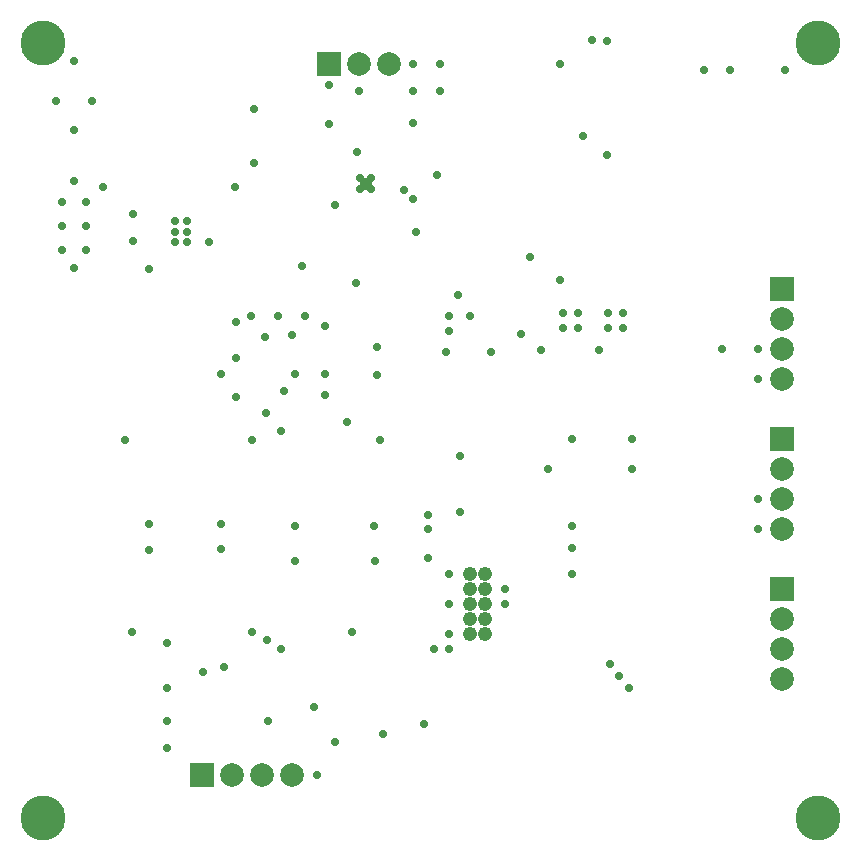
<source format=gbs>
G04*
G04 #@! TF.GenerationSoftware,Altium Limited,Altium Designer,21.6.1 (37)*
G04*
G04 Layer_Color=16711935*
%FSLAX25Y25*%
%MOIN*%
G70*
G04*
G04 #@! TF.SameCoordinates,818A62AB-FC56-4755-8FE0-4AFC0147D312*
G04*
G04*
G04 #@! TF.FilePolarity,Negative*
G04*
G01*
G75*
%ADD124C,0.07887*%
%ADD125R,0.07887X0.07887*%
%ADD126R,0.07887X0.07887*%
%ADD127C,0.04760*%
%ADD128C,0.14973*%
%ADD129C,0.02800*%
%ADD130C,0.02769*%
%ADD144R,0.04085X0.03869*%
D124*
X91500Y23000D02*
D03*
X81500D02*
D03*
X71500D02*
D03*
X255000Y105000D02*
D03*
Y115000D02*
D03*
Y125000D02*
D03*
X114000Y260000D02*
D03*
X124000D02*
D03*
X255000Y75000D02*
D03*
Y65000D02*
D03*
Y55000D02*
D03*
Y175000D02*
D03*
Y165000D02*
D03*
Y155000D02*
D03*
D125*
X61500Y23000D02*
D03*
X104000Y260000D02*
D03*
D126*
X255000Y135000D02*
D03*
Y85000D02*
D03*
Y185000D02*
D03*
D127*
X151000Y90000D02*
D03*
Y85000D02*
D03*
X156000Y90000D02*
D03*
Y85000D02*
D03*
Y75000D02*
D03*
Y80000D02*
D03*
X151000Y75000D02*
D03*
Y80000D02*
D03*
Y70000D02*
D03*
X156000D02*
D03*
D128*
X8500Y8500D02*
D03*
Y267000D02*
D03*
X267000Y8500D02*
D03*
Y267000D02*
D03*
D129*
X50000Y52000D02*
D03*
X19000Y221000D02*
D03*
X181000Y260000D02*
D03*
X106000Y34000D02*
D03*
X91500Y169500D02*
D03*
X96000Y176000D02*
D03*
X87000D02*
D03*
X78000D02*
D03*
X114000Y251000D02*
D03*
X132000D02*
D03*
X141000D02*
D03*
Y260000D02*
D03*
X132000D02*
D03*
X15000Y214000D02*
D03*
X23000D02*
D03*
Y206000D02*
D03*
X15000D02*
D03*
Y198000D02*
D03*
X25000Y247500D02*
D03*
X13000D02*
D03*
X119100Y94300D02*
D03*
X119000Y105800D02*
D03*
X92500Y94300D02*
D03*
Y105800D02*
D03*
X44000Y98000D02*
D03*
X43913Y106613D02*
D03*
X67987D02*
D03*
X68000Y98022D02*
D03*
X200500Y56000D02*
D03*
X204000Y52000D02*
D03*
X197500Y60000D02*
D03*
X120000Y156300D02*
D03*
Y165600D02*
D03*
X185000Y90000D02*
D03*
X104000Y240000D02*
D03*
X162500Y85000D02*
D03*
Y80000D02*
D03*
X185000Y98500D02*
D03*
X139000Y65000D02*
D03*
X144000D02*
D03*
X100000Y23000D02*
D03*
X205000Y135000D02*
D03*
X235000Y165000D02*
D03*
X205000Y125000D02*
D03*
X177000D02*
D03*
X99000Y45500D02*
D03*
X147000Y183000D02*
D03*
X174500Y164500D02*
D03*
X194000D02*
D03*
X182000Y172000D02*
D03*
X187000D02*
D03*
X197000D02*
D03*
X202000D02*
D03*
Y177000D02*
D03*
X197000D02*
D03*
X187000D02*
D03*
X182000D02*
D03*
X151000Y176000D02*
D03*
X144000Y171000D02*
D03*
Y176000D02*
D03*
X62000Y57126D02*
D03*
X147650Y110350D02*
D03*
X147500Y129200D02*
D03*
X136800Y95300D02*
D03*
X144000Y70000D02*
D03*
Y80000D02*
D03*
Y90000D02*
D03*
X135500Y39800D02*
D03*
X143000Y164000D02*
D03*
X19000Y261000D02*
D03*
Y238000D02*
D03*
Y192000D02*
D03*
X23000Y198000D02*
D03*
X89000Y151000D02*
D03*
X82400Y169000D02*
D03*
X73000Y174000D02*
D03*
X50000Y32000D02*
D03*
X79000Y227000D02*
D03*
X132000Y240300D02*
D03*
X247000Y105000D02*
D03*
Y115000D02*
D03*
Y155000D02*
D03*
Y165000D02*
D03*
X185000Y135000D02*
D03*
X38100Y70500D02*
D03*
X185000Y106000D02*
D03*
X120800Y134500D02*
D03*
X35800D02*
D03*
X78300D02*
D03*
X113000Y187000D02*
D03*
X133000Y204000D02*
D03*
X158000Y164000D02*
D03*
X78300Y70500D02*
D03*
X111400D02*
D03*
X122000Y36500D02*
D03*
X50000Y41000D02*
D03*
X102500Y172346D02*
D03*
Y149653D02*
D03*
X73000Y162000D02*
D03*
Y149000D02*
D03*
X68000Y156500D02*
D03*
X113100Y230500D02*
D03*
X44000Y191372D02*
D03*
X28638Y218850D02*
D03*
X132000Y215000D02*
D03*
X129000Y218000D02*
D03*
X104000Y253000D02*
D03*
X95000Y192500D02*
D03*
X140000Y223000D02*
D03*
X171000Y195500D02*
D03*
X196362Y267562D02*
D03*
X256000Y258000D02*
D03*
X237400D02*
D03*
X228738D02*
D03*
X196500Y229500D02*
D03*
X188500Y236000D02*
D03*
X167984Y170000D02*
D03*
X83500Y41000D02*
D03*
X50000Y67000D02*
D03*
X68800Y59000D02*
D03*
X83000Y143500D02*
D03*
X110000Y140500D02*
D03*
X87800Y137500D02*
D03*
X83026Y68000D02*
D03*
X87750Y65000D02*
D03*
X136800Y109500D02*
D03*
Y104700D02*
D03*
X191600Y267700D02*
D03*
X92500Y156400D02*
D03*
X102407Y156346D02*
D03*
X79000Y245000D02*
D03*
X105700Y212700D02*
D03*
X72500Y218800D02*
D03*
X38500Y210000D02*
D03*
X38600Y200800D02*
D03*
X63900Y200400D02*
D03*
X181000Y188000D02*
D03*
D130*
X56568Y203900D02*
D03*
Y200357D02*
D03*
X52631D02*
D03*
Y203900D02*
D03*
X56568Y207443D02*
D03*
X52631D02*
D03*
X117968Y221969D02*
D03*
X114032Y221969D02*
D03*
X114032Y218032D02*
D03*
X117968Y218032D02*
D03*
X116000Y220000D02*
D03*
D144*
X116058Y219966D02*
D03*
M02*

</source>
